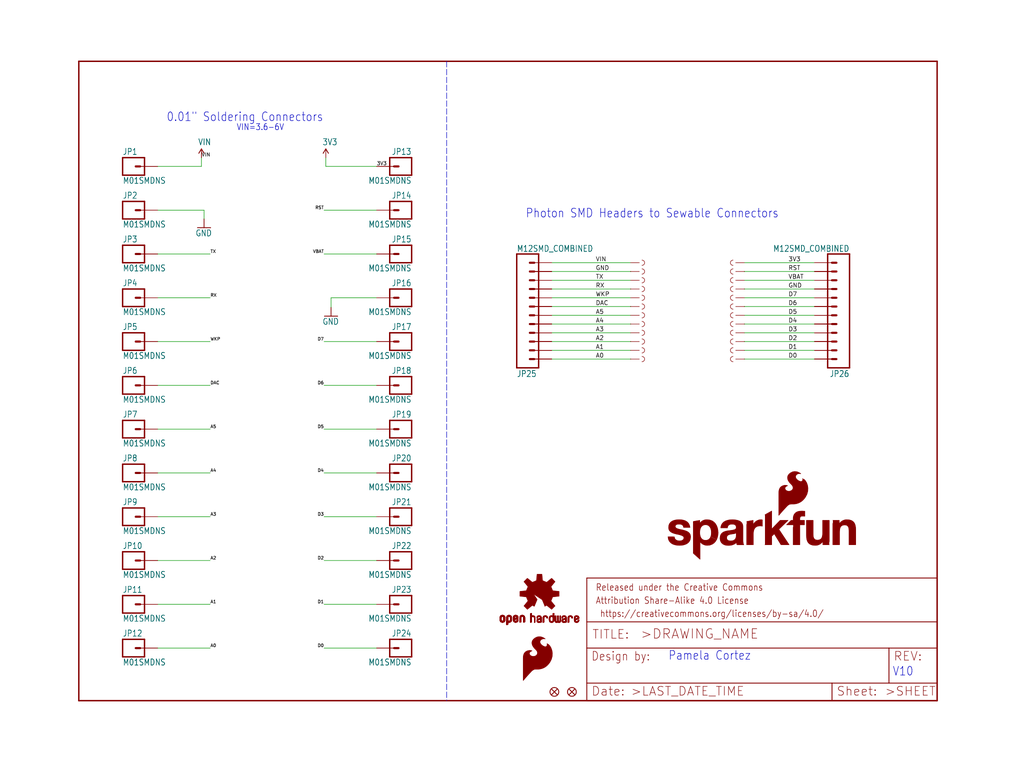
<source format=kicad_sch>
(kicad_sch (version 20211123) (generator eeschema)
  (paper "User" 297.002 223.926)
  (lib_symbols
    (symbol "eagleSchem-eagle-import:FIDUCIAL1X2")
    (symbol "eagleSchem-eagle-import:FRAME-LETTER"
      (symbol "FRAME-LETTER_2_0"
        (text " https://creativecommons.org/licenses/by-sa/4.0/" (at 2.54 24.13 0) (effects (font (size 1.9304 1.6408)) (justify left bottom)))
        (text ">DRAWING_NAME" (at 15.494 17.78 0) (effects (font (size 2.7432 2.7432)) (justify left bottom)))
        (text ">LAST_DATE_TIME" (at 12.7 1.27 0) (effects (font (size 2.54 2.54)) (justify left bottom)))
        (text ">SHEET" (at 86.36 1.27 0) (effects (font (size 2.54 2.54)) (justify left bottom)))
        (text "Attribution Share-Alike 4.0 License" (at 2.54 27.94 0) (effects (font (size 1.9304 1.6408)) (justify left bottom)))
        (text "Date:" (at 1.27 1.27 0) (effects (font (size 2.54 2.54)) (justify left bottom)))
        (text "Design by:" (at 1.27 11.43 0) (effects (font (size 2.54 2.159)) (justify left bottom)))
        (text "Released under the Creative Commons" (at 2.54 31.75 0) (effects (font (size 1.9304 1.6408)) (justify left bottom)))
        (text "REV:" (at 88.9 11.43 0) (effects (font (size 2.54 2.54)) (justify left bottom)))
        (text "Sheet:" (at 72.39 1.27 0) (effects (font (size 2.54 2.54)) (justify left bottom)))
        (text "TITLE:" (at 1.524 17.78 0) (effects (font (size 2.54 2.54)) (justify left bottom)))
      )
    )
    (symbol "eagleSchem-eagle-import:GND" (power)
      (property "Value" "GND" (at -2.54 -2.54 0))
      (symbol "GND_1_0"
        (pin power_in line (at 0 2.54 270) (length 2.54) (name "GND") (number "1"))
      )
    )
    (symbol "eagleSchem-eagle-import:M01SMDNS"
      (property "Reference" "JP" (at -2.54 3.302 0))
      (property "Value" "M01SMDNS" (at -2.54 -5.08 0))
      (symbol "M01SMDNS_1_0"
        (pin passive line (at 7.62 0 180) (length 5.08) (name "1") (number "1"))
      )
    )
    (symbol "eagleSchem-eagle-import:M12SMD_COMBINED"
      (property "Reference" "JP" (at 0 16.002 0))
      (property "Value" "M12SMD_COMBINED" (at 0 -20.32 0))
      (symbol "M12SMD_COMBINED_1_0"
        (pin passive line (at 10.16 7.62 180) (length 5.08) (name "10") (number "10A"))
        (pin passive line (at 10.16 7.62 180) (length 5.08) (name "10") (number "10B"))
        (pin passive line (at 10.16 10.16 180) (length 5.08) (name "11") (number "11A"))
        (pin passive line (at 10.16 10.16 180) (length 5.08) (name "11") (number "11B"))
        (pin passive line (at 10.16 12.7 180) (length 5.08) (name "12") (number "12A"))
        (pin passive line (at 10.16 12.7 180) (length 5.08) (name "12") (number "12B"))
        (pin passive line (at 10.16 -15.24 180) (length 5.08) (name "1") (number "1A"))
        (pin passive line (at 10.16 -15.24 180) (length 5.08) (name "1") (number "1B"))
        (pin passive line (at 10.16 -12.7 180) (length 5.08) (name "2") (number "2A"))
        (pin passive line (at 10.16 -12.7 180) (length 5.08) (name "2") (number "2B"))
        (pin passive line (at 10.16 -10.16 180) (length 5.08) (name "3") (number "3A"))
        (pin passive line (at 10.16 -10.16 180) (length 5.08) (name "3") (number "3B"))
        (pin passive line (at 10.16 -7.62 180) (length 5.08) (name "4") (number "4A"))
        (pin passive line (at 10.16 -7.62 180) (length 5.08) (name "4") (number "4B"))
        (pin passive line (at 10.16 -5.08 180) (length 5.08) (name "5") (number "5A"))
        (pin passive line (at 10.16 -5.08 180) (length 5.08) (name "5") (number "5B"))
        (pin passive line (at 10.16 -2.54 180) (length 5.08) (name "6") (number "6A"))
        (pin passive line (at 10.16 -2.54 180) (length 5.08) (name "6") (number "6B"))
        (pin passive line (at 10.16 0 180) (length 5.08) (name "7") (number "7A"))
        (pin passive line (at 10.16 0 180) (length 5.08) (name "7") (number "7B"))
        (pin passive line (at 10.16 2.54 180) (length 5.08) (name "8") (number "8A"))
        (pin passive line (at 10.16 2.54 180) (length 5.08) (name "8") (number "8B"))
        (pin passive line (at 10.16 5.08 180) (length 5.08) (name "9") (number "9A"))
        (pin passive line (at 10.16 5.08 180) (length 5.08) (name "9") (number "9B"))
      )
    )
    (symbol "eagleSchem-eagle-import:OSHW-LOGOM")
    (symbol "eagleSchem-eagle-import:PAD"
      (property "Reference" "J" (at -2.54 2.54 0))
      (property "Value" "PAD" (at -2.54 -5.08 0))
      (symbol "PAD_1_0"
        (pin bidirectional line (at -2.54 0 180) (length 0) (name "1") (number "1"))
      )
    )
    (symbol "eagleSchem-eagle-import:SFE_LOGO_FLAME.2_INCH")
    (symbol "eagleSchem-eagle-import:SFE_LOGO_NAME_FLAME.1_INCH")
    (symbol "eagleSchem-eagle-import:VCC" (power)
      (property "Value" "VCC" (at -1.016 3.556 0))
      (symbol "VCC_1_0"
        (pin power_in line (at 0 0 90) (length 2.54) (name "VCC") (number "1"))
      )
    )
  )
  (wire (pts (xy 109.22 124.46) (xy 93.98 124.46)))
  (wire (pts (xy 215.9 86.36) (xy 236.22 86.36)))
  (wire (pts (xy 236.22 104.14) (xy 215.9 104.14)))
  (wire (pts (xy 236.22 88.9) (xy 215.9 88.9)))
  (wire (pts (xy 182.88 91.44) (xy 160.02 91.44)))
  (wire (pts (xy 182.88 86.36) (xy 160.02 86.36)))
  (wire (pts (xy 236.22 93.98) (xy 215.9 93.98)))
  (wire (pts (xy 236.22 76.2) (xy 215.9 76.2)))
  (wire (pts (xy 109.22 149.86) (xy 93.98 149.86)))
  (wire (pts (xy 45.72 175.26) (xy 60.96 175.26)))
  (wire (pts (xy 59.182 60.96) (xy 59.182 63.5)))
  (wire (pts (xy 45.72 73.66) (xy 60.96 73.66)))
  (polyline (pts (xy 129.54 17.78) (xy 129.54 203.2)))
  (wire (pts (xy 160.02 88.9) (xy 182.88 88.9)))
  (wire (pts (xy 160.02 104.14) (xy 182.88 104.14)))
  (wire (pts (xy 45.72 149.86) (xy 60.96 149.86)))
  (wire (pts (xy 182.88 81.28) (xy 160.02 81.28)))
  (wire (pts (xy 94.488 48.26) (xy 94.488 45.72)))
  (wire (pts (xy 236.22 99.06) (xy 215.9 99.06)))
  (wire (pts (xy 160.02 78.74) (xy 182.88 78.74)))
  (wire (pts (xy 45.72 86.36) (xy 60.96 86.36)))
  (wire (pts (xy 236.22 78.74) (xy 215.9 78.74)))
  (wire (pts (xy 109.22 60.96) (xy 93.98 60.96)))
  (wire (pts (xy 45.72 187.96) (xy 60.96 187.96)))
  (wire (pts (xy 45.72 137.16) (xy 60.96 137.16)))
  (wire (pts (xy 109.22 137.16) (xy 93.98 137.16)))
  (wire (pts (xy 236.22 83.82) (xy 215.9 83.82)))
  (wire (pts (xy 215.9 96.52) (xy 236.22 96.52)))
  (wire (pts (xy 109.22 99.06) (xy 93.98 99.06)))
  (wire (pts (xy 45.72 111.76) (xy 60.96 111.76)))
  (wire (pts (xy 58.42 45.72) (xy 58.42 48.26)))
  (wire (pts (xy 45.72 124.46) (xy 60.96 124.46)))
  (wire (pts (xy 45.72 162.56) (xy 60.96 162.56)))
  (wire (pts (xy 109.22 175.26) (xy 93.98 175.26)))
  (wire (pts (xy 109.22 111.76) (xy 93.98 111.76)))
  (wire (pts (xy 96.012 86.36) (xy 96.012 89.154)))
  (wire (pts (xy 182.88 96.52) (xy 160.02 96.52)))
  (wire (pts (xy 109.22 48.26) (xy 94.488 48.26)))
  (wire (pts (xy 182.88 101.6) (xy 160.02 101.6)))
  (wire (pts (xy 109.22 187.96) (xy 93.98 187.96)))
  (wire (pts (xy 160.02 93.98) (xy 182.88 93.98)))
  (wire (pts (xy 182.88 76.2) (xy 160.02 76.2)))
  (wire (pts (xy 45.72 60.96) (xy 59.182 60.96)))
  (wire (pts (xy 109.22 162.56) (xy 93.98 162.56)))
  (wire (pts (xy 215.9 101.6) (xy 236.22 101.6)))
  (wire (pts (xy 109.22 73.66) (xy 93.98 73.66)))
  (wire (pts (xy 45.72 99.06) (xy 60.96 99.06)))
  (wire (pts (xy 58.42 48.26) (xy 45.72 48.26)))
  (wire (pts (xy 160.02 83.82) (xy 182.88 83.82)))
  (wire (pts (xy 215.9 81.28) (xy 236.22 81.28)))
  (wire (pts (xy 109.22 86.36) (xy 96.012 86.36)))
  (wire (pts (xy 160.02 99.06) (xy 182.88 99.06)))
  (wire (pts (xy 215.9 91.44) (xy 236.22 91.44)))
  (text "Photon SMD Headers to Sewable Connectors" (at 152.4 63.5 180) (effects (font (size 2.54 2.159)) (justify left bottom)))
  (text "0.01\" Soldering Connectors" (at 48.26 35.56 180) (effects (font (size 2.54 2.159)) (justify left bottom)))
  (text "Pamela Cortez" (at 193.802 191.77 180) (effects (font (size 2.54 2.159)) (justify left bottom)))
  (text "V10" (at 258.826 196.342 180) (effects (font (size 2.54 2.159)) (justify left bottom)))
  (text "VIN=3.6-6V" (at 68.58 38.1 180) (effects (font (size 1.778 1.5113)) (justify left bottom)))
  (label "D7" (at 228.6 86.36 0) (effects (font (size 1.2446 1.2446))))
  (label "A5" (at 60.96 124.46 0) (effects (font (size 0.889 0.889))))
  (label "A2" (at 60.96 162.56 0) (effects (font (size 0.889 0.889))))
  (label "D1" (at 93.98 175.26 180) (effects (font (size 0.889 0.889))))
  (label "D0" (at 228.6 104.14 0) (effects (font (size 1.2446 1.2446))))
  (label "D4" (at 228.6 93.98 0) (effects (font (size 1.2446 1.2446))))
  (label "RST" (at 228.6 78.74 0) (effects (font (size 1.2446 1.2446))))
  (label "GND" (at 228.6 83.82 0) (effects (font (size 1.2446 1.2446))))
  (label "WKP" (at 60.96 99.06 0) (effects (font (size 0.889 0.889))))
  (label "A2" (at 172.72 99.06 0) (effects (font (size 1.2446 1.2446))))
  (label "D3" (at 93.98 149.86 180) (effects (font (size 0.889 0.889))))
  (label "VBAT" (at 228.6 81.28 0) (effects (font (size 1.2446 1.2446))))
  (label "D5" (at 93.98 124.46 180) (effects (font (size 0.889 0.889))))
  (label "D5" (at 228.6 91.44 0) (effects (font (size 1.2446 1.2446))))
  (label "WKP" (at 172.72 86.36 0) (effects (font (size 1.2446 1.2446))))
  (label "D7" (at 93.98 99.06 180) (effects (font (size 0.889 0.889))))
  (label "A3" (at 172.72 96.52 0) (effects (font (size 1.2446 1.2446))))
  (label "D2" (at 228.6 99.06 0) (effects (font (size 1.2446 1.2446))))
  (label "RST" (at 93.98 60.96 180) (effects (font (size 0.889 0.889))))
  (label "D4" (at 93.98 137.16 180) (effects (font (size 0.889 0.889))))
  (label "A0" (at 172.72 104.14 0) (effects (font (size 1.2446 1.2446))))
  (label "VBAT" (at 93.98 73.66 180) (effects (font (size 0.889 0.889))))
  (label "D3" (at 228.6 96.52 0) (effects (font (size 1.2446 1.2446))))
  (label "D6" (at 228.6 88.9 0) (effects (font (size 1.2446 1.2446))))
  (label "DAC" (at 60.96 111.76 0) (effects (font (size 0.889 0.889))))
  (label "A4" (at 60.96 137.16 0) (effects (font (size 0.889 0.889))))
  (label "VIN" (at 172.72 76.2 0) (effects (font (size 1.2446 1.2446))))
  (label "3V3" (at 228.6 76.2 0) (effects (font (size 1.2446 1.2446))))
  (label "VIN" (at 58.42 45.72 0) (effects (font (size 1.016 1.016))))
  (label "RX" (at 172.72 83.82 0) (effects (font (size 1.2446 1.2446))))
  (label "GND" (at 172.72 78.74 0) (effects (font (size 1.2446 1.2446))))
  (label "D2" (at 93.98 162.56 180) (effects (font (size 0.889 0.889))))
  (label "TX" (at 172.72 81.28 0) (effects (font (size 1.2446 1.2446))))
  (label "A0" (at 60.96 187.96 0) (effects (font (size 0.889 0.889))))
  (label "A1" (at 60.96 175.26 0) (effects (font (size 0.889 0.889))))
  (label "D1" (at 228.6 101.6 0) (effects (font (size 1.2446 1.2446))))
  (label "D6" (at 93.98 111.76 180) (effects (font (size 0.889 0.889))))
  (label "DAC" (at 172.72 88.9 0) (effects (font (size 1.2446 1.2446))))
  (label "RX" (at 60.96 86.36 0) (effects (font (size 0.889 0.889))))
  (label "A4" (at 172.72 93.98 0) (effects (font (size 1.2446 1.2446))))
  (label "A3" (at 60.96 149.86 0) (effects (font (size 0.889 0.889))))
  (label "A5" (at 172.72 91.44 0) (effects (font (size 1.2446 1.2446))))
  (label "TX" (at 60.96 73.66 0) (effects (font (size 0.889 0.889))))
  (label "A1" (at 172.72 101.6 0) (effects (font (size 1.2446 1.2446))))
  (label "3V3" (at 109.22 48.26 0) (effects (font (size 1.016 1.016))))
  (label "D0" (at 93.98 187.96 180) (effects (font (size 0.889 0.889))))
  (symbol (lib_id "eagleSchem-eagle-import:M01SMDNS") (at 38.1 111.76 0) (unit 1)
    (property "Reference" "JP6" (at 35.56 108.458 0) (effects (font (size 1.778 1.5113)) (justify left bottom)))
    (property "Value" "M01SMDNS" (at 35.56 116.84 0) (effects (font (size 1.778 1.5113)) (justify left bottom)))
    (property "Footprint" "eagleSchem:1X01NS" (effects hide))
  )
  (symbol (lib_id "eagleSchem-eagle-import:PAD") (at 213.36 101.6 0) (mirror y) (unit 1)
    (property "Reference" "J23" (effects hide))
    (property "Value" "PAD" (effects hide))
    (property "Footprint" "eagleSchem:PAD-LONG-2-SIDED" (effects hide))
  )
  (symbol (lib_id "eagleSchem-eagle-import:PAD") (at 185.42 93.98 0) (unit 1)
    (property "Reference" "J8" (effects hide))
    (property "Value" "PAD" (effects hide))
    (property "Footprint" "eagleSchem:PAD-LONG-2-SIDED" (effects hide))
  )
  (symbol (lib_id "eagleSchem-eagle-import:PAD") (at 213.36 104.14 0) (mirror y) (unit 1)
    (property "Reference" "J24" (effects hide))
    (property "Value" "PAD" (effects hide))
    (property "Footprint" "eagleSchem:PAD-LONG-2-SIDED" (effects hide))
  )
  (symbol (lib_id "eagleSchem-eagle-import:M01SMDNS") (at 116.84 86.36 0) (mirror y) (unit 1)
    (property "Reference" "JP16" (at 119.38 83.058 0) (effects (font (size 1.778 1.5113)) (justify left bottom)))
    (property "Value" "M01SMDNS" (at 119.38 91.44 0) (effects (font (size 1.778 1.5113)) (justify left bottom)))
    (property "Footprint" "eagleSchem:1X01NS" (effects hide))
  )
  (symbol (lib_id "eagleSchem-eagle-import:PAD") (at 185.42 86.36 0) (unit 1)
    (property "Reference" "J5" (effects hide))
    (property "Value" "PAD" (effects hide))
    (property "Footprint" "eagleSchem:PAD-LONG-2-SIDED" (effects hide))
  )
  (symbol (lib_id "eagleSchem-eagle-import:PAD") (at 213.36 86.36 0) (mirror y) (unit 1)
    (property "Reference" "J17" (effects hide))
    (property "Value" "PAD" (effects hide))
    (property "Footprint" "eagleSchem:PAD-LONG-2-SIDED" (effects hide))
  )
  (symbol (lib_id "eagleSchem-eagle-import:M01SMDNS") (at 116.84 175.26 0) (mirror y) (unit 1)
    (property "Reference" "JP23" (at 119.38 171.958 0) (effects (font (size 1.778 1.5113)) (justify left bottom)))
    (property "Value" "M01SMDNS" (at 119.38 180.34 0) (effects (font (size 1.778 1.5113)) (justify left bottom)))
    (property "Footprint" "eagleSchem:1X01NS" (effects hide))
  )
  (symbol (lib_id "eagleSchem-eagle-import:FIDUCIAL1X2") (at 160.782 200.66 0) (unit 1)
    (property "Reference" "FID1" (effects hide))
    (property "Value" "FIDUCIAL1X2" (effects hide))
    (property "Footprint" "eagleSchem:FIDUCIAL-1X2" (effects hide))
  )
  (symbol (lib_id "eagleSchem-eagle-import:PAD") (at 213.36 78.74 0) (mirror y) (unit 1)
    (property "Reference" "J14" (effects hide))
    (property "Value" "PAD" (effects hide))
    (property "Footprint" "eagleSchem:PAD-LONG-2-SIDED" (effects hide))
  )
  (symbol (lib_id "eagleSchem-eagle-import:M01SMDNS") (at 116.84 124.46 0) (mirror y) (unit 1)
    (property "Reference" "JP19" (at 119.38 121.158 0) (effects (font (size 1.778 1.5113)) (justify left bottom)))
    (property "Value" "M01SMDNS" (at 119.38 129.54 0) (effects (font (size 1.778 1.5113)) (justify left bottom)))
    (property "Footprint" "eagleSchem:1X01NS" (effects hide))
  )
  (symbol (lib_id "eagleSchem-eagle-import:PAD") (at 213.36 91.44 0) (mirror y) (unit 1)
    (property "Reference" "J19" (effects hide))
    (property "Value" "PAD" (effects hide))
    (property "Footprint" "eagleSchem:PAD-LONG-2-SIDED" (effects hide))
  )
  (symbol (lib_id "eagleSchem-eagle-import:M01SMDNS") (at 38.1 60.96 0) (unit 1)
    (property "Reference" "JP2" (at 35.56 57.658 0) (effects (font (size 1.778 1.5113)) (justify left bottom)))
    (property "Value" "M01SMDNS" (at 35.56 66.04 0) (effects (font (size 1.778 1.5113)) (justify left bottom)))
    (property "Footprint" "eagleSchem:1X01NS" (effects hide))
  )
  (symbol (lib_id "eagleSchem-eagle-import:PAD") (at 213.36 96.52 0) (mirror y) (unit 1)
    (property "Reference" "J21" (effects hide))
    (property "Value" "PAD" (effects hide))
    (property "Footprint" "eagleSchem:PAD-LONG-2-SIDED" (effects hide))
  )
  (symbol (lib_id "eagleSchem-eagle-import:GND") (at 59.182 66.04 0) (unit 1)
    (property "Reference" "#GND1" (effects hide))
    (property "Value" "GND" (at 56.642 68.58 0) (effects (font (size 1.778 1.5113)) (justify left bottom)))
    (property "Footprint" "eagleSchem:" (effects hide))
  )
  (symbol (lib_id "eagleSchem-eagle-import:M01SMDNS") (at 38.1 137.16 0) (unit 1)
    (property "Reference" "JP8" (at 35.56 133.858 0) (effects (font (size 1.778 1.5113)) (justify left bottom)))
    (property "Value" "M01SMDNS" (at 35.56 142.24 0) (effects (font (size 1.778 1.5113)) (justify left bottom)))
    (property "Footprint" "eagleSchem:1X01NS" (effects hide))
  )
  (symbol (lib_id "eagleSchem-eagle-import:PAD") (at 185.42 83.82 0) (unit 1)
    (property "Reference" "J4" (effects hide))
    (property "Value" "PAD" (effects hide))
    (property "Footprint" "eagleSchem:PAD-LONG-2-SIDED" (effects hide))
  )
  (symbol (lib_id "eagleSchem-eagle-import:M01SMDNS") (at 38.1 73.66 0) (unit 1)
    (property "Reference" "JP3" (at 35.56 70.358 0) (effects (font (size 1.778 1.5113)) (justify left bottom)))
    (property "Value" "M01SMDNS" (at 35.56 78.74 0) (effects (font (size 1.778 1.5113)) (justify left bottom)))
    (property "Footprint" "eagleSchem:1X01NS" (effects hide))
  )
  (symbol (lib_id "eagleSchem-eagle-import:FRAME-LETTER") (at 170.18 203.2 0) (unit 2)
    (property "Reference" "FRAME1" (effects hide))
    (property "Value" "FRAME-LETTER" (effects hide))
    (property "Footprint" "eagleSchem:CREATIVE_COMMONS" (effects hide))
  )
  (symbol (lib_id "eagleSchem-eagle-import:M12SMD_COMBINED") (at 149.86 91.44 0) (mirror x) (unit 1)
    (property "Reference" "JP25" (at 149.86 107.442 0) (effects (font (size 1.778 1.5113)) (justify left bottom)))
    (property "Value" "M12SMD_COMBINED" (at 149.86 71.12 0) (effects (font (size 1.778 1.5113)) (justify left bottom)))
    (property "Footprint" "eagleSchem:1X12_SMD_COMBINED" (effects hide))
  )
  (symbol (lib_id "eagleSchem-eagle-import:VCC") (at 94.488 45.72 0) (unit 1)
    (property "Reference" "#3V3" (effects hide))
    (property "Value" "3V3" (at 93.472 42.164 0) (effects (font (size 1.778 1.5113)) (justify left bottom)))
    (property "Footprint" "eagleSchem:" (effects hide))
  )
  (symbol (lib_id "eagleSchem-eagle-import:VCC") (at 58.42 45.72 0) (unit 1)
    (property "Reference" "#VIN0" (effects hide))
    (property "Value" "VIN" (at 57.404 42.164 0) (effects (font (size 1.778 1.5113)) (justify left bottom)))
    (property "Footprint" "eagleSchem:" (effects hide))
  )
  (symbol (lib_id "eagleSchem-eagle-import:M01SMDNS") (at 116.84 111.76 0) (mirror y) (unit 1)
    (property "Reference" "JP18" (at 119.38 108.458 0) (effects (font (size 1.778 1.5113)) (justify left bottom)))
    (property "Value" "M01SMDNS" (at 119.38 116.84 0) (effects (font (size 1.778 1.5113)) (justify left bottom)))
    (property "Footprint" "eagleSchem:1X01NS" (effects hide))
  )
  (symbol (lib_id "eagleSchem-eagle-import:PAD") (at 185.42 101.6 0) (unit 1)
    (property "Reference" "J11" (effects hide))
    (property "Value" "PAD" (effects hide))
    (property "Footprint" "eagleSchem:PAD-LONG-2-SIDED" (effects hide))
  )
  (symbol (lib_id "eagleSchem-eagle-import:PAD") (at 185.42 78.74 0) (unit 1)
    (property "Reference" "J2" (effects hide))
    (property "Value" "PAD" (effects hide))
    (property "Footprint" "eagleSchem:PAD-LONG-2-SIDED" (effects hide))
  )
  (symbol (lib_id "eagleSchem-eagle-import:M01SMDNS") (at 38.1 124.46 0) (unit 1)
    (property "Reference" "JP7" (at 35.56 121.158 0) (effects (font (size 1.778 1.5113)) (justify left bottom)))
    (property "Value" "M01SMDNS" (at 35.56 129.54 0) (effects (font (size 1.778 1.5113)) (justify left bottom)))
    (property "Footprint" "eagleSchem:1X01NS" (effects hide))
  )
  (symbol (lib_id "eagleSchem-eagle-import:M01SMDNS") (at 116.84 48.26 0) (mirror y) (unit 1)
    (property "Reference" "JP13" (at 119.38 44.958 0) (effects (font (size 1.778 1.5113)) (justify left bottom)))
    (property "Value" "M01SMDNS" (at 119.38 53.34 0) (effects (font (size 1.778 1.5113)) (justify left bottom)))
    (property "Footprint" "eagleSchem:1X01NS" (effects hide))
  )
  (symbol (lib_id "eagleSchem-eagle-import:OSHW-LOGOM") (at 156.464 172.212 0) (unit 1)
    (property "Reference" "LOGO2" (effects hide))
    (property "Value" "OSHW-LOGOM" (effects hide))
    (property "Footprint" "eagleSchem:OSHW-LOGO-M" (effects hide))
  )
  (symbol (lib_id "eagleSchem-eagle-import:M01SMDNS") (at 38.1 162.56 0) (unit 1)
    (property "Reference" "JP10" (at 35.56 159.258 0) (effects (font (size 1.778 1.5113)) (justify left bottom)))
    (property "Value" "M01SMDNS" (at 35.56 167.64 0) (effects (font (size 1.778 1.5113)) (justify left bottom)))
    (property "Footprint" "eagleSchem:1X01NS" (effects hide))
  )
  (symbol (lib_id "eagleSchem-eagle-import:PAD") (at 185.42 99.06 0) (unit 1)
    (property "Reference" "J10" (effects hide))
    (property "Value" "PAD" (effects hide))
    (property "Footprint" "eagleSchem:PAD-LONG-2-SIDED" (effects hide))
  )
  (symbol (lib_id "eagleSchem-eagle-import:M01SMDNS") (at 38.1 99.06 0) (unit 1)
    (property "Reference" "JP5" (at 35.56 95.758 0) (effects (font (size 1.778 1.5113)) (justify left bottom)))
    (property "Value" "M01SMDNS" (at 35.56 104.14 0) (effects (font (size 1.778 1.5113)) (justify left bottom)))
    (property "Footprint" "eagleSchem:1X01NS" (effects hide))
  )
  (symbol (lib_id "eagleSchem-eagle-import:M12SMD_COMBINED") (at 246.38 91.44 180) (unit 1)
    (property "Reference" "JP26" (at 246.38 107.442 0) (effects (font (size 1.778 1.5113)) (justify left bottom)))
    (property "Value" "M12SMD_COMBINED" (at 246.38 71.12 0) (effects (font (size 1.778 1.5113)) (justify left bottom)))
    (property "Footprint" "eagleSchem:1X12_SMD_COMBINED" (effects hide))
  )
  (symbol (lib_id "eagleSchem-eagle-import:SFE_LOGO_NAME_FLAME.1_INCH") (at 193.04 162.56 0) (unit 1)
    (property "Reference" "LOGO3" (effects hide))
    (property "Value" "SFE_LOGO_NAME_FLAME.1_INCH" (effects hide))
    (property "Footprint" "eagleSchem:SFE_LOGO_NAME_FLAME_.1" (effects hide))
  )
  (symbol (lib_id "eagleSchem-eagle-import:M01SMDNS") (at 38.1 86.36 0) (unit 1)
    (property "Reference" "JP4" (at 35.56 83.058 0) (effects (font (size 1.778 1.5113)) (justify left bottom)))
    (property "Value" "M01SMDNS" (at 35.56 91.44 0) (effects (font (size 1.778 1.5113)) (justify left bottom)))
    (property "Footprint" "eagleSchem:1X01NS" (effects hide))
  )
  (symbol (lib_id "eagleSchem-eagle-import:M01SMDNS") (at 38.1 48.26 0) (unit 1)
    (property "Reference" "JP1" (at 35.56 44.958 0) (effects (font (size 1.778 1.5113)) (justify left bottom)))
    (property "Value" "M01SMDNS" (at 35.56 53.34 0) (effects (font (size 1.778 1.5113)) (justify left bottom)))
    (property "Footprint" "eagleSchem:1X01NS" (effects hide))
  )
  (symbol (lib_id "eagleSchem-eagle-import:M01SMDNS") (at 116.84 99.06 0) (mirror y) (unit 1)
    (property "Reference" "JP17" (at 119.38 95.758 0) (effects (font (size 1.778 1.5113)) (justify left bottom)))
    (property "Value" "M01SMDNS" (at 119.38 104.14 0) (effects (font (size 1.778 1.5113)) (justify left bottom)))
    (property "Footprint" "eagleSchem:1X01NS" (effects hide))
  )
  (symbol (lib_id "eagleSchem-eagle-import:PAD") (at 185.42 96.52 0) (unit 1)
    (property "Reference" "J9" (effects hide))
    (property "Value" "PAD" (effects hide))
    (property "Footprint" "eagleSchem:PAD-LONG-2-SIDED" (effects hide))
  )
  (symbol (lib_id "eagleSchem-eagle-import:PAD") (at 185.42 88.9 0) (unit 1)
    (property "Reference" "J6" (effects hide))
    (property "Value" "PAD" (effects hide))
    (property "Footprint" "eagleSchem:PAD-LONG-2-SIDED" (effects hide))
  )
  (symbol (lib_id "eagleSchem-eagle-import:M01SMDNS") (at 116.84 149.86 0) (mirror y) (unit 1)
    (property "Reference" "JP21" (at 119.38 146.558 0) (effects (font (size 1.778 1.5113)) (justify left bottom)))
    (property "Value" "M01SMDNS" (at 119.38 154.94 0) (effects (font (size 1.778 1.5113)) (justify left bottom)))
    (property "Footprint" "eagleSchem:1X01NS" (effects hide))
  )
  (symbol (lib_id "eagleSchem-eagle-import:PAD") (at 213.36 88.9 0) (mirror y) (unit 1)
    (property "Reference" "J18" (effects hide))
    (property "Value" "PAD" (effects hide))
    (property "Footprint" "eagleSchem:PAD-LONG-2-SIDED" (effects hide))
  )
  (symbol (lib_id "eagleSchem-eagle-import:M01SMDNS") (at 116.84 137.16 0) (mirror y) (unit 1)
    (property "Reference" "JP20" (at 119.38 133.858 0) (effects (font (size 1.778 1.5113)) (justify left bottom)))
    (property "Value" "M01SMDNS" (at 119.38 142.24 0) (effects (font (size 1.778 1.5113)) (justify left bottom)))
    (property "Footprint" "eagleSchem:1X01NS" (effects hide))
  )
  (symbol (lib_id "eagleSchem-eagle-import:M01SMDNS") (at 38.1 175.26 0) (unit 1)
    (property "Reference" "JP11" (at 35.56 171.958 0) (effects (font (size 1.778 1.5113)) (justify left bottom)))
    (property "Value" "M01SMDNS" (at 35.56 180.34 0) (effects (font (size 1.778 1.5113)) (justify left bottom)))
    (property "Footprint" "eagleSchem:1X01NS" (effects hide))
  )
  (symbol (lib_id "eagleSchem-eagle-import:M01SMDNS") (at 38.1 149.86 0) (unit 1)
    (property "Reference" "JP9" (at 35.56 146.558 0) (effects (font (size 1.778 1.5113)) (justify left bottom)))
    (property "Value" "M01SMDNS" (at 35.56 154.94 0) (effects (font (size 1.778 1.5113)) (justify left bottom)))
    (property "Footprint" "eagleSchem:1X01NS" (effects hide))
  )
  (symbol (lib_id "eagleSchem-eagle-import:PAD") (at 185.42 81.28 0) (unit 1)
    (property "Reference" "J3" (effects hide))
    (property "Value" "PAD" (effects hide))
    (property "Footprint" "eagleSchem:PAD-LONG-2-SIDED" (effects hide))
  )
  (symbol (lib_id "eagleSchem-eagle-import:GND") (at 96.012 91.694 0) (unit 1)
    (property "Reference" "#GND2" (effects hide))
    (property "Value" "GND" (at 93.472 94.234 0) (effects (font (size 1.778 1.5113)) (justify left bottom)))
    (property "Footprint" "eagleSchem:" (effects hide))
  )
  (symbol (lib_id "eagleSchem-eagle-import:FIDUCIAL1X2") (at 165.862 200.66 0) (unit 1)
    (property "Reference" "FID2" (effects hide))
    (property "Value" "FIDUCIAL1X2" (effects hide))
    (property "Footprint" "eagleSchem:FIDUCIAL-1X2" (effects hide))
  )
  (symbol (lib_id "eagleSchem-eagle-import:PAD") (at 213.36 93.98 0) (mirror y) (unit 1)
    (property "Reference" "J20" (effects hide))
    (property "Value" "PAD" (effects hide))
    (property "Footprint" "eagleSchem:PAD-LONG-2-SIDED" (effects hide))
  )
  (symbol (lib_id "eagleSchem-eagle-import:M01SMDNS") (at 116.84 73.66 0) (mirror y) (unit 1)
    (property "Reference" "JP15" (at 119.38 70.358 0) (effects (font (size 1.778 1.5113)) (justify left bottom)))
    (property "Value" "M01SMDNS" (at 119.38 78.74 0) (effects (font (size 1.778 1.5113)) (justify left bottom)))
    (property "Footprint" "eagleSchem:1X01NS" (effects hide))
  )
  (symbol (lib_id "eagleSchem-eagle-import:PAD") (at 185.42 76.2 0) (unit 1)
    (property "Reference" "J1" (effects hide))
    (property "Value" "PAD" (effects hide))
    (property "Footprint" "eagleSchem:PAD-LONG-2-SIDED" (effects hide))
  )
  (symbol (lib_id "eagleSchem-eagle-import:PAD") (at 213.36 81.28 0) (mirror y) (unit 1)
    (property "Reference" "J15" (effects hide))
    (property "Value" "PAD" (effects hide))
    (property "Footprint" "eagleSchem:PAD-LONG-2-SIDED" (effects hide))
  )
  (symbol (lib_id "eagleSchem-eagle-import:M01SMDNS") (at 116.84 187.96 0) (mirror y) (unit 1)
    (property "Reference" "JP24" (at 119.38 184.658 0) (effects (font (size 1.778 1.5113)) (justify left bottom)))
    (property "Value" "M01SMDNS" (at 119.38 193.04 0) (effects (font (size 1.778 1.5113)) (justify left bottom)))
    (property "Footprint" "eagleSchem:1X01NS" (effects hide))
  )
  (symbol (lib_id "eagleSchem-eagle-import:PAD") (at 213.36 83.82 0) (mirror y) (unit 1)
    (property "Reference" "J16" (effects hide))
    (property "Value" "PAD" (effects hide))
    (property "Footprint" "eagleSchem:PAD-LONG-2-SIDED" (effects hide))
  )
  (symbol (lib_id "eagleSchem-eagle-import:PAD") (at 213.36 99.06 0) (mirror y) (unit 1)
    (property "Reference" "J22" (effects hide))
    (property "Value" "PAD" (effects hide))
    (property "Footprint" "eagleSchem:PAD-LONG-2-SIDED" (effects hide))
  )
  (symbol (lib_id "eagleSchem-eagle-import:PAD") (at 185.42 104.14 0) (unit 1)
    (property "Reference" "J12" (effects hide))
    (property "Value" "PAD" (effects hide))
    (property "Footprint" "eagleSchem:PAD-LONG-2-SIDED" (effects hide))
  )
  (symbol (lib_id "eagleSchem-eagle-import:SFE_LOGO_FLAME.2_INCH") (at 151.384 197.866 0) (unit 1)
    (property "Reference" "LOGO1" (effects hide))
    (property "Value" "SFE_LOGO_FLAME.2_INCH" (effects hide))
    (property "Footprint" "eagleSchem:SFE_LOGO_FLAME_.2" (effects hide))
  )
  (symbol (lib_id "eagleSchem-eagle-import:PAD") (at 213.36 76.2 0) (mirror y) (unit 1)
    (property "Reference" "J13" (effects hide))
    (property "Value" "PAD" (effects hide))
    (property "Footprint" "eagleSchem:PAD-LONG-2-SIDED" (effects hide))
  )
  (symbol (lib_id "eagleSchem-eagle-import:M01SMDNS") (at 116.84 60.96 0) (mirror y) (unit 1)
    (property "Reference" "JP14" (at 119.38 57.658 0) (effects (font (size 1.778 1.5113)) (justify left bottom)))
    (property "Value" "M01SMDNS" (at 119.38 66.04 0) (effects (font (size 1.778 1.5113)) (justify left bottom)))
    (property "Footprint" "eagleSchem:1X01NS" (effects hide))
  )
  (symbol (lib_id "eagleSchem-eagle-import:PAD") (at 185.42 91.44 0) (unit 1)
    (property "Reference" "J7" (effects hide))
    (property "Value" "PAD" (effects hide))
    (property "Footprint" "eagleSchem:PAD-LONG-2-SIDED" (effects hide))
  )
  (symbol (lib_id "eagleSchem-eagle-import:M01SMDNS") (at 116.84 162.56 0) (mirror y) (unit 1)
    (property "Reference" "JP22" (at 119.38 159.258 0) (effects (font (size 1.778 1.5113)) (justify left bottom)))
    (property "Value" "M01SMDNS" (at 119.38 167.64 0) (effects (font (size 1.778 1.5113)) (justify left bottom)))
    (property "Footprint" "eagleSchem:1X01NS" (effects hide))
  )
  (symbol (lib_id "eagleSchem-eagle-import:M01SMDNS") (at 38.1 187.96 0) (unit 1)
    (property "Reference" "JP12" (at 35.56 184.658 0) (effects (font (size 1.778 1.5113)) (justify left bottom)))
    (property "Value" "M01SMDNS" (at 35.56 193.04 0) (effects (font (size 1.778 1.5113)) (justify left bottom)))
    (property "Footprint" "eagleSchem:1X01NS" (effects hide))
  )
  (symbol (lib_id "eagleSchem-eagle-import:FRAME-LETTER") (at 22.86 203.2 0) (unit 1)
    (property "Reference" "FRAME1" (effects hide))
    (property "Value" "FRAME-LETTER" (effects hide))
    (property "Footprint" "eagleSchem:CREATIVE_COMMONS" (effects hide))
  )
)
</source>
